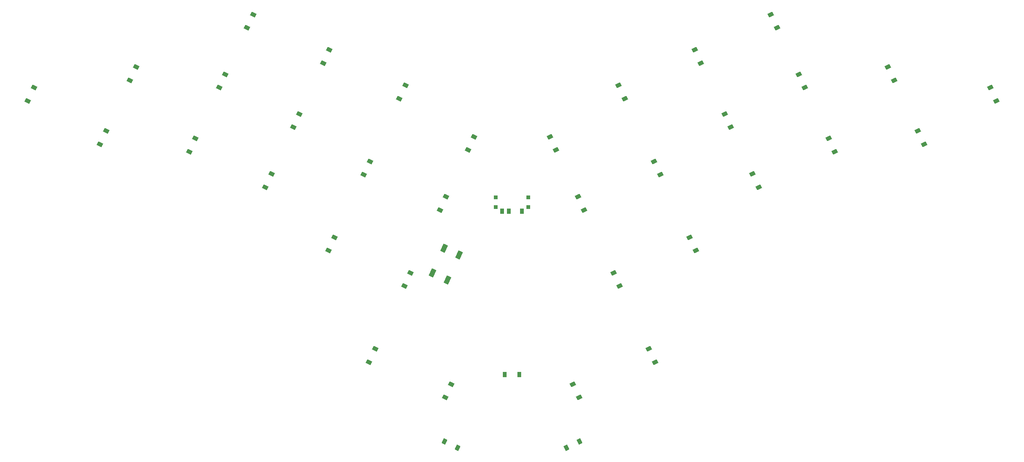
<source format=gtp>
%TF.GenerationSoftware,KiCad,Pcbnew,(5.99.0-13010-g08938463f1)*%
%TF.CreationDate,2021-12-30T23:18:04-06:00*%
%TF.ProjectId,balbuzard,62616c62-757a-4617-9264-2e6b69636164,Rev1*%
%TF.SameCoordinates,Original*%
%TF.FileFunction,Paste,Top*%
%TF.FilePolarity,Positive*%
%FSLAX46Y46*%
G04 Gerber Fmt 4.6, Leading zero omitted, Abs format (unit mm)*
G04 Created by KiCad (PCBNEW (5.99.0-13010-g08938463f1)) date 2021-12-30 23:18:04*
%MOMM*%
%LPD*%
G01*
G04 APERTURE LIST*
G04 Aperture macros list*
%AMRotRect*
0 Rectangle, with rotation*
0 The origin of the aperture is its center*
0 $1 length*
0 $2 width*
0 $3 Rotation angle, in degrees counterclockwise*
0 Add horizontal line*
21,1,$1,$2,0,0,$3*%
G04 Aperture macros list end*
%ADD10RotRect,0.900000X1.200000X65.000000*%
%ADD11R,0.900000X0.900000*%
%ADD12R,0.900000X1.250000*%
%ADD13RotRect,1.800000X1.100000X245.000000*%
%ADD14RotRect,0.900000X1.200000X115.000000*%
%ADD15R,0.900000X1.200000*%
%ADD16RotRect,0.900000X1.200000X205.000000*%
%ADD17RotRect,0.900000X1.200000X155.000000*%
G04 APERTURE END LIST*
D10*
%TO.C,D1*%
X30277880Y-60050708D03*
X31672520Y-57059892D03*
%TD*%
D11*
%TO.C,T1*%
X136180000Y-84130000D03*
X136180000Y-81930000D03*
X143580000Y-81930000D03*
X143580000Y-84130000D03*
D12*
X142130000Y-85105000D03*
X139130000Y-85105000D03*
X137630000Y-85105000D03*
%TD*%
D13*
%TO.C,B1*%
X125246553Y-100621398D03*
X127866786Y-95002290D03*
X124513447Y-93438602D03*
X121893214Y-99057710D03*
%TD*%
D10*
%TO.C,D12*%
X114371580Y-59542608D03*
X115766220Y-56551792D03*
%TD*%
D14*
%TO.C,D21*%
X226345520Y-55392108D03*
X224950880Y-52401292D03*
%TD*%
%TO.C,D28*%
X181447820Y-93982308D03*
X180053180Y-90991492D03*
%TD*%
D10*
%TO.C,D4*%
X66830680Y-71578608D03*
X68225320Y-68587792D03*
%TD*%
D14*
%TO.C,D26*%
X189370120Y-66013808D03*
X187975480Y-63022992D03*
%TD*%
D10*
%TO.C,D3*%
X53414380Y-55392108D03*
X54809020Y-52401292D03*
%TD*%
D15*
%TO.C,D37*%
X138230000Y-122030000D03*
X141530000Y-122030000D03*
%TD*%
D14*
%TO.C,D34*%
X172257720Y-119231908D03*
X170863080Y-116241092D03*
%TD*%
%TO.C,D29*%
X173418120Y-76762408D03*
X172023480Y-73771592D03*
%TD*%
D16*
%TO.C,D36*%
X155167908Y-137241780D03*
X152177092Y-138636420D03*
%TD*%
D10*
%TO.C,D9*%
X97151680Y-51512808D03*
X98546320Y-48521992D03*
%TD*%
D14*
%TO.C,D27*%
X182608220Y-51512808D03*
X181213580Y-48521992D03*
%TD*%
D10*
%TO.C,D6*%
X79931880Y-43483108D03*
X81326520Y-40492292D03*
%TD*%
%TO.C,D5*%
X73592580Y-57077708D03*
X74987220Y-54086892D03*
%TD*%
%TO.C,D13*%
X115531880Y-102012008D03*
X116926520Y-99021192D03*
%TD*%
D14*
%TO.C,D22*%
X212929220Y-71578608D03*
X211534580Y-68587792D03*
%TD*%
D17*
%TO.C,D18*%
X127582908Y-138636420D03*
X124592092Y-137241780D03*
%TD*%
D14*
%TO.C,D30*%
X165388320Y-59542608D03*
X163993680Y-56551792D03*
%TD*%
D10*
%TO.C,D15*%
X129900980Y-71197608D03*
X131295620Y-68206792D03*
%TD*%
%TO.C,D7*%
X84050580Y-79608408D03*
X85445220Y-76617592D03*
%TD*%
D14*
%TO.C,D35*%
X155037920Y-127261608D03*
X153643280Y-124270792D03*
%TD*%
D10*
%TO.C,D8*%
X90389780Y-66013808D03*
X91784420Y-63022992D03*
%TD*%
D14*
%TO.C,D20*%
X233107420Y-69893008D03*
X231712780Y-66902192D03*
%TD*%
D10*
%TO.C,D14*%
X123561680Y-84792208D03*
X124956320Y-81801392D03*
%TD*%
D14*
%TO.C,D23*%
X206167320Y-57077708D03*
X204772680Y-54086892D03*
%TD*%
D10*
%TO.C,D10*%
X98312080Y-93982308D03*
X99706720Y-90991492D03*
%TD*%
D14*
%TO.C,D33*%
X149859020Y-71197608D03*
X148464380Y-68206792D03*
%TD*%
%TO.C,D32*%
X156198220Y-84792208D03*
X154803580Y-81801392D03*
%TD*%
%TO.C,D24*%
X199828020Y-43483108D03*
X198433380Y-40492292D03*
%TD*%
D10*
%TO.C,D17*%
X124721980Y-127261608D03*
X126116620Y-124270792D03*
%TD*%
%TO.C,D16*%
X107502180Y-119231908D03*
X108896820Y-116241092D03*
%TD*%
%TO.C,D2*%
X46652480Y-69893008D03*
X48047120Y-66902192D03*
%TD*%
%TO.C,D11*%
X106341780Y-76762408D03*
X107736420Y-73771592D03*
%TD*%
D14*
%TO.C,D25*%
X195709320Y-79608408D03*
X194314680Y-76617592D03*
%TD*%
%TO.C,D19*%
X249482020Y-60050708D03*
X248087380Y-57059892D03*
%TD*%
%TO.C,D31*%
X164228020Y-102012008D03*
X162833380Y-99021192D03*
%TD*%
M02*

</source>
